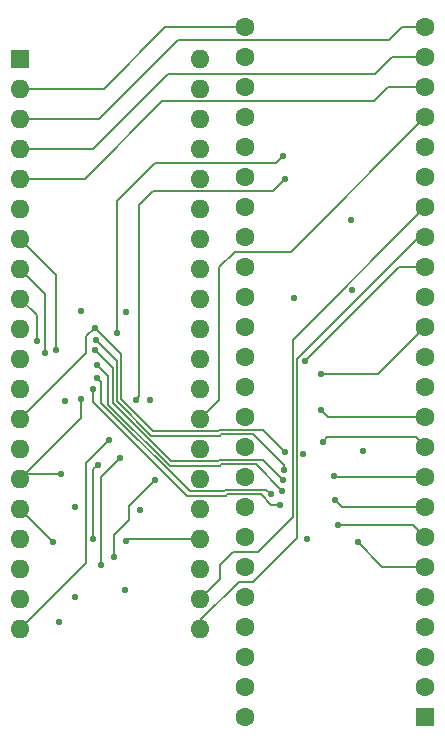
<source format=gbl>
G04 #@! TF.GenerationSoftware,KiCad,Pcbnew,(5.1.8)-1*
G04 #@! TF.CreationDate,2022-03-12T16:36:43-08:00*
G04 #@! TF.ProjectId,MCLZ8_PCB,4d434c5a-385f-4504-9342-2e6b69636164,rev?*
G04 #@! TF.SameCoordinates,Original*
G04 #@! TF.FileFunction,Copper,L4,Bot*
G04 #@! TF.FilePolarity,Positive*
%FSLAX46Y46*%
G04 Gerber Fmt 4.6, Leading zero omitted, Abs format (unit mm)*
G04 Created by KiCad (PCBNEW (5.1.8)-1) date 2022-03-12 16:36:43*
%MOMM*%
%LPD*%
G01*
G04 APERTURE LIST*
G04 #@! TA.AperFunction,ComponentPad*
%ADD10O,1.600000X1.600000*%
G04 #@! TD*
G04 #@! TA.AperFunction,ComponentPad*
%ADD11R,1.600000X1.600000*%
G04 #@! TD*
G04 #@! TA.AperFunction,ComponentPad*
%ADD12C,1.600000*%
G04 #@! TD*
G04 #@! TA.AperFunction,ViaPad*
%ADD13C,0.584200*%
G04 #@! TD*
G04 #@! TA.AperFunction,Conductor*
%ADD14C,0.152400*%
G04 #@! TD*
G04 APERTURE END LIST*
D10*
X174452280Y-57929780D03*
X159212280Y-106189780D03*
X174452280Y-60469780D03*
X159212280Y-103649780D03*
X174452280Y-63009780D03*
X159212280Y-101109780D03*
X174452280Y-65549780D03*
X159212280Y-98569780D03*
X174452280Y-68089780D03*
X159212280Y-96029780D03*
X174452280Y-70629780D03*
X159212280Y-93489780D03*
X174452280Y-73169780D03*
X159212280Y-90949780D03*
X174452280Y-75709780D03*
X159212280Y-88409780D03*
X174452280Y-78249780D03*
X159212280Y-85869780D03*
X174452280Y-80789780D03*
X159212280Y-83329780D03*
X174452280Y-83329780D03*
X159212280Y-80789780D03*
X174452280Y-85869780D03*
X159212280Y-78249780D03*
X174452280Y-88409780D03*
X159212280Y-75709780D03*
X174452280Y-90949780D03*
X159212280Y-73169780D03*
X174452280Y-93489780D03*
X159212280Y-70629780D03*
X174452280Y-96029780D03*
X159212280Y-68089780D03*
X174452280Y-98569780D03*
X159212280Y-65549780D03*
X174452280Y-101109780D03*
X159212280Y-63009780D03*
X174452280Y-103649780D03*
X159212280Y-60469780D03*
X174452280Y-106189780D03*
D11*
X159212280Y-57929780D03*
D12*
X178290220Y-113644680D03*
X178290220Y-111104680D03*
X178290220Y-108564680D03*
X178290220Y-106024680D03*
X178290220Y-103484680D03*
X178290220Y-100944680D03*
X178290220Y-98404680D03*
X178290220Y-95864680D03*
X178290220Y-93324680D03*
X178290220Y-90784680D03*
X178290220Y-88244680D03*
X178290220Y-85704680D03*
X178290220Y-83164680D03*
X178290220Y-80624680D03*
D11*
X193530220Y-113644680D03*
D12*
X193530220Y-111104680D03*
X193530220Y-108564680D03*
X193530220Y-106024680D03*
X193530220Y-103484680D03*
X193530220Y-100944680D03*
X193530220Y-98404680D03*
X193530220Y-95864680D03*
X193530220Y-93324680D03*
X193530220Y-90784680D03*
X193530220Y-88244680D03*
X193530220Y-85704680D03*
X193530220Y-83164680D03*
X178290220Y-78084680D03*
X178290220Y-75544680D03*
X178290220Y-73004680D03*
X178290220Y-70464680D03*
X178290220Y-67924680D03*
X178290220Y-65384680D03*
X178290220Y-62844680D03*
X178290220Y-60304680D03*
X178290220Y-57764680D03*
X178290220Y-55224680D03*
X193530220Y-55224680D03*
X193530220Y-57764680D03*
X193530220Y-60304680D03*
X193530220Y-62844680D03*
X193530220Y-80624680D03*
X193530220Y-78084680D03*
X193530220Y-75544680D03*
X193530220Y-65384680D03*
X193530220Y-67924680D03*
X193530220Y-70464680D03*
X193530220Y-73004680D03*
D13*
X163901656Y-95861604D03*
X187190380Y-71543380D03*
X187319186Y-77479426D03*
X163837620Y-103479600D03*
X188247020Y-91178380D03*
X162991800Y-86895940D03*
X164383720Y-79265780D03*
X182387240Y-78191360D03*
X169400220Y-96131380D03*
X168079420Y-102910640D03*
X183205120Y-91414600D03*
X170253969Y-86823363D03*
X168216580Y-79329280D03*
X183542940Y-98623122D03*
X187792360Y-98844100D03*
X186171842Y-97368360D03*
X185917838Y-95275400D03*
X185808620Y-93291660D03*
X184861200Y-90360500D03*
X184690370Y-87668100D03*
X165790880Y-92293440D03*
X165415610Y-98595180D03*
X162001200Y-98800920D03*
X164386065Y-86729026D03*
X162699700Y-93065600D03*
X165386716Y-85920303D03*
X181250637Y-95688650D03*
X161320480Y-82821780D03*
X180421280Y-94787720D03*
X165739111Y-84981058D03*
X162255200Y-82598260D03*
X181416960Y-94503240D03*
X165757122Y-83876618D03*
X160609280Y-81805780D03*
X165564820Y-82616040D03*
X181498240Y-93588840D03*
X165615620Y-81701640D03*
X181538880Y-92745560D03*
X165539420Y-80688180D03*
X181620160Y-91186000D03*
X167165020Y-100081080D03*
X170657520Y-93553280D03*
X184690370Y-84602225D03*
X183309260Y-83550760D03*
X162501580Y-105608120D03*
X181460140Y-66164460D03*
X167403782Y-81132680D03*
X166768780Y-90213182D03*
X181637940Y-68117720D03*
X167708580Y-91719400D03*
X166070280Y-100820220D03*
X169011600Y-86809580D03*
X168160700Y-98729800D03*
D14*
X193530220Y-100944680D02*
X189892940Y-100944680D01*
X189892940Y-100944680D02*
X187792360Y-98844100D01*
X192493900Y-97368360D02*
X186171842Y-97368360D01*
X193530220Y-98404680D02*
X192493900Y-97368360D01*
X186507118Y-95864680D02*
X185917838Y-95275400D01*
X193530220Y-95864680D02*
X186507118Y-95864680D01*
X185841640Y-93324680D02*
X185808620Y-93291660D01*
X193530220Y-93324680D02*
X185841640Y-93324680D01*
X185237019Y-89984681D02*
X184861200Y-90360500D01*
X193530220Y-90784680D02*
X192730221Y-89984681D01*
X192730221Y-89984681D02*
X185237019Y-89984681D01*
X193530220Y-88244680D02*
X185266950Y-88244680D01*
X185266950Y-88244680D02*
X184690370Y-87668100D01*
X159212280Y-60469780D02*
X166331900Y-60469780D01*
X166331900Y-60469780D02*
X171523660Y-55278020D01*
X178236880Y-55278020D02*
X178290220Y-55224680D01*
X171523660Y-55278020D02*
X178236880Y-55278020D01*
X159212280Y-63009780D02*
X165905180Y-63009780D01*
X172614079Y-56300881D02*
X190477899Y-56300881D01*
X165905180Y-63009780D02*
X172614079Y-56300881D01*
X191554100Y-55224680D02*
X193530220Y-55224680D01*
X190477899Y-56300881D02*
X191554100Y-55224680D01*
X159212280Y-65549780D02*
X165394640Y-65549780D01*
X171715941Y-59228479D02*
X189224161Y-59228479D01*
X165394640Y-65549780D02*
X171715941Y-59228479D01*
X190687960Y-57764680D02*
X193530220Y-57764680D01*
X189224161Y-59228479D02*
X190687960Y-57764680D01*
X159212280Y-68089780D02*
X164683440Y-68089780D01*
X171227239Y-61545981D02*
X189141859Y-61545981D01*
X164683440Y-68089780D02*
X171227239Y-61545981D01*
X190383160Y-60304680D02*
X193530220Y-60304680D01*
X189141859Y-61545981D02*
X190383160Y-60304680D01*
X165415610Y-92668710D02*
X165415610Y-98595180D01*
X165790880Y-92293440D02*
X165415610Y-92668710D01*
X159212280Y-96029780D02*
X161983420Y-98800920D01*
X161983420Y-98800920D02*
X162001200Y-98800920D01*
X159636460Y-93065600D02*
X159212280Y-93489780D01*
X159212280Y-93489780D02*
X164386065Y-88315995D01*
X164386065Y-88315995D02*
X164386065Y-86729026D01*
X162699700Y-93065600D02*
X159636460Y-93065600D01*
X180481124Y-95688650D02*
X181250637Y-95688650D01*
X165386716Y-85920303D02*
X165386716Y-86948976D01*
X165386716Y-86948976D02*
X173356131Y-94918391D01*
X176625389Y-94918391D02*
X176755301Y-94788479D01*
X173356131Y-94918391D02*
X176625389Y-94918391D01*
X176755301Y-94788479D02*
X179580953Y-94788479D01*
X179580953Y-94788479D02*
X180481124Y-95688650D01*
X159212280Y-75709780D02*
X161320480Y-77817980D01*
X161320480Y-77817980D02*
X161320480Y-82821780D01*
X166031210Y-87037267D02*
X166031210Y-85273157D01*
X173559923Y-94565980D02*
X166031210Y-87037267D01*
X176479416Y-94565980D02*
X173559923Y-94565980D01*
X166031210Y-85273157D02*
X165739111Y-84981058D01*
X176609328Y-94436068D02*
X176479416Y-94565980D01*
X180421280Y-94787720D02*
X180069628Y-94436068D01*
X180069628Y-94436068D02*
X176609328Y-94436068D01*
X162255200Y-76212700D02*
X159212280Y-73169780D01*
X162255200Y-82598260D02*
X162255200Y-76212700D01*
X166697067Y-84816563D02*
X165757122Y-83876618D01*
X179162199Y-92248479D02*
X176235145Y-92248479D01*
X166697067Y-87204740D02*
X166697067Y-84816563D01*
X176235145Y-92248479D02*
X176105232Y-92378392D01*
X176105232Y-92378392D02*
X171870718Y-92378391D01*
X181416960Y-94503240D02*
X179162199Y-92248479D01*
X171870718Y-92378391D02*
X166697067Y-87204740D01*
X160609280Y-79646780D02*
X159212280Y-78249780D01*
X160609280Y-81805780D02*
X160609280Y-79646780D01*
X176124359Y-91860881D02*
X175959259Y-92025981D01*
X172016692Y-92025981D02*
X167049478Y-87058767D01*
X167049478Y-87058767D02*
X167049478Y-84100698D01*
X167049478Y-84100698D02*
X165564820Y-82616040D01*
X175959259Y-92025981D02*
X172016692Y-92025981D01*
X179770281Y-91860881D02*
X176124359Y-91860881D01*
X181498240Y-93588840D02*
X179770281Y-91860881D01*
X181538880Y-92745560D02*
X181538880Y-92332469D01*
X178914890Y-89708479D02*
X176232605Y-89708479D01*
X181538880Y-92332469D02*
X178914890Y-89708479D01*
X176232605Y-89708479D02*
X176102692Y-89838392D01*
X176102692Y-89838392D02*
X170327486Y-89838391D01*
X170327486Y-89838391D02*
X167401889Y-86912794D01*
X167401889Y-86912794D02*
X167401889Y-83487909D01*
X167401889Y-83487909D02*
X165615620Y-81701640D01*
X164787643Y-81439957D02*
X165539420Y-80688180D01*
X159212280Y-88409780D02*
X164787643Y-82834417D01*
X164787643Y-82834417D02*
X164787643Y-81439957D01*
X167754300Y-82903060D02*
X165539420Y-80688180D01*
X181620160Y-91186000D02*
X179755041Y-89320881D01*
X167754300Y-86766821D02*
X167754300Y-82903060D01*
X170473460Y-89485981D02*
X167754300Y-86766821D01*
X175956719Y-89485981D02*
X170473460Y-89485981D01*
X176121819Y-89320881D02*
X175956719Y-89485981D01*
X179755041Y-89320881D02*
X176121819Y-89320881D01*
X167165020Y-100081080D02*
X167165020Y-98254820D01*
X167165020Y-98254820D02*
X168424860Y-96994980D01*
X168424860Y-96994980D02*
X168424860Y-95785940D01*
X168424860Y-95785940D02*
X170657520Y-93553280D01*
X193530220Y-80624680D02*
X189552675Y-84602225D01*
X189552675Y-84602225D02*
X184690370Y-84602225D01*
X193530220Y-75544680D02*
X191315340Y-75544680D01*
X191315340Y-75544680D02*
X183309260Y-83550760D01*
X159212280Y-106189780D02*
X164799010Y-100603050D01*
X164799010Y-100603050D02*
X164799010Y-92182952D01*
X164799010Y-92182952D02*
X166768780Y-90213182D01*
X167403782Y-70010018D02*
X167403782Y-81132680D01*
X170637200Y-66776600D02*
X167403782Y-70010018D01*
X180848000Y-66776600D02*
X170637200Y-66776600D01*
X181460140Y-66164460D02*
X180848000Y-66776600D01*
X167708580Y-91719400D02*
X166070280Y-93357700D01*
X166070280Y-93357700D02*
X166070280Y-100820220D01*
X181637940Y-68117720D02*
X180589679Y-69165981D01*
X170465239Y-69165981D02*
X169303699Y-70327521D01*
X180589679Y-69165981D02*
X170465239Y-69165981D01*
X169303699Y-70327521D02*
X169303699Y-86517481D01*
X169303699Y-86517481D02*
X169011600Y-86809580D01*
X182284408Y-81710492D02*
X193530220Y-70464680D01*
X182284408Y-96724432D02*
X182284408Y-81710492D01*
X179334160Y-99674680D02*
X182284408Y-96724432D01*
X176136300Y-100766880D02*
X177228500Y-99674680D01*
X176136300Y-101846380D02*
X176136300Y-100766880D01*
X176121060Y-101861620D02*
X176136300Y-101846380D01*
X177228500Y-99674680D02*
X179334160Y-99674680D01*
X176121060Y-101981000D02*
X176121060Y-101861620D01*
X174452280Y-103649780D02*
X176121060Y-101981000D01*
X193014252Y-73004680D02*
X193530220Y-73004680D01*
X182636819Y-83382113D02*
X193014252Y-73004680D01*
X182636819Y-98495461D02*
X182636819Y-83382113D01*
X178920140Y-102212140D02*
X182636819Y-98495461D01*
X177723800Y-102212140D02*
X178920140Y-102212140D01*
X174452280Y-105483660D02*
X177723800Y-102212140D01*
X174452280Y-106189780D02*
X174452280Y-105483660D01*
X174452280Y-98569780D02*
X168320720Y-98569780D01*
X168320720Y-98569780D02*
X168160700Y-98729800D01*
X176072800Y-86789260D02*
X174452280Y-88409780D01*
X176072800Y-75598020D02*
X176072800Y-86789260D01*
X182123080Y-74251820D02*
X177419000Y-74251820D01*
X177419000Y-74251820D02*
X176072800Y-75598020D01*
X193530220Y-62844680D02*
X182123080Y-74251820D01*
M02*

</source>
